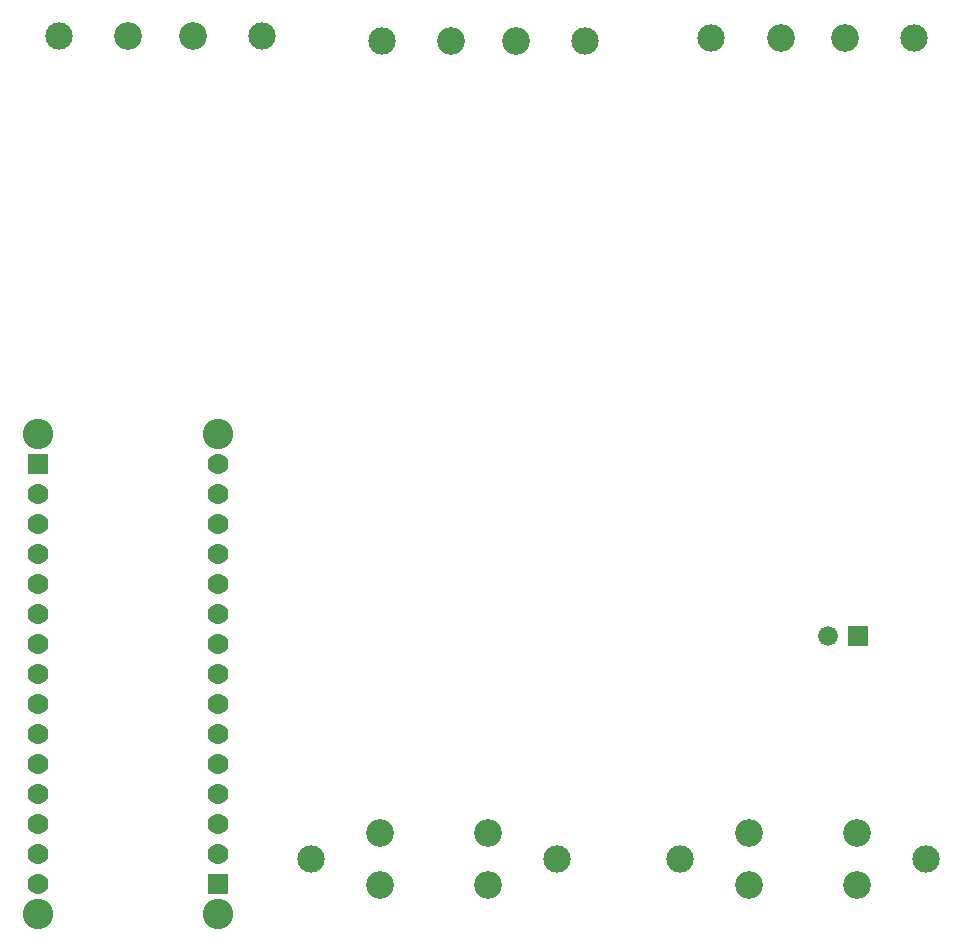
<source format=gbs>
G04*
G04 #@! TF.GenerationSoftware,Altium Limited,Altium Designer,19.1.7 (138)*
G04*
G04 Layer_Color=16711935*
%FSLAX25Y25*%
%MOIN*%
G70*
G01*
G75*
%ADD26R,0.06955X0.06955*%
%ADD27C,0.06955*%
%ADD28C,0.10144*%
%ADD29C,0.09100*%
%ADD31R,0.06601X0.06601*%
%ADD32C,0.06601*%
%ADD55C,0.09200*%
D26*
X125000Y360400D02*
D03*
X185000Y220400D02*
D03*
D27*
X125000Y350400D02*
D03*
Y340400D02*
D03*
Y330400D02*
D03*
Y320400D02*
D03*
Y310400D02*
D03*
Y300400D02*
D03*
Y290400D02*
D03*
Y280400D02*
D03*
Y270400D02*
D03*
Y260400D02*
D03*
Y250400D02*
D03*
Y240400D02*
D03*
Y230400D02*
D03*
Y220400D02*
D03*
X185000Y230400D02*
D03*
Y240400D02*
D03*
Y250400D02*
D03*
Y260400D02*
D03*
Y270400D02*
D03*
Y280400D02*
D03*
Y290400D02*
D03*
Y300400D02*
D03*
Y310400D02*
D03*
Y320400D02*
D03*
Y330400D02*
D03*
Y340400D02*
D03*
Y350400D02*
D03*
Y360400D02*
D03*
D28*
X125000Y370400D02*
D03*
X185000D02*
D03*
Y210400D02*
D03*
X125000D02*
D03*
D29*
X339000Y228799D02*
D03*
X421000D02*
D03*
X216050D02*
D03*
X298050D02*
D03*
X307250Y501400D02*
D03*
X239650D02*
D03*
X417050Y502500D02*
D03*
X349450D02*
D03*
X199600Y503000D02*
D03*
X132000D02*
D03*
D31*
X398400Y303200D02*
D03*
D32*
X388400D02*
D03*
D55*
X362050Y237549D02*
D03*
X397950D02*
D03*
X362050Y220049D02*
D03*
X397950D02*
D03*
X239100Y237549D02*
D03*
X275000D02*
D03*
X239100Y220049D02*
D03*
X275000D02*
D03*
X262700Y501400D02*
D03*
X284200D02*
D03*
X372500Y502500D02*
D03*
X394000D02*
D03*
X155050Y503000D02*
D03*
X176550D02*
D03*
M02*

</source>
